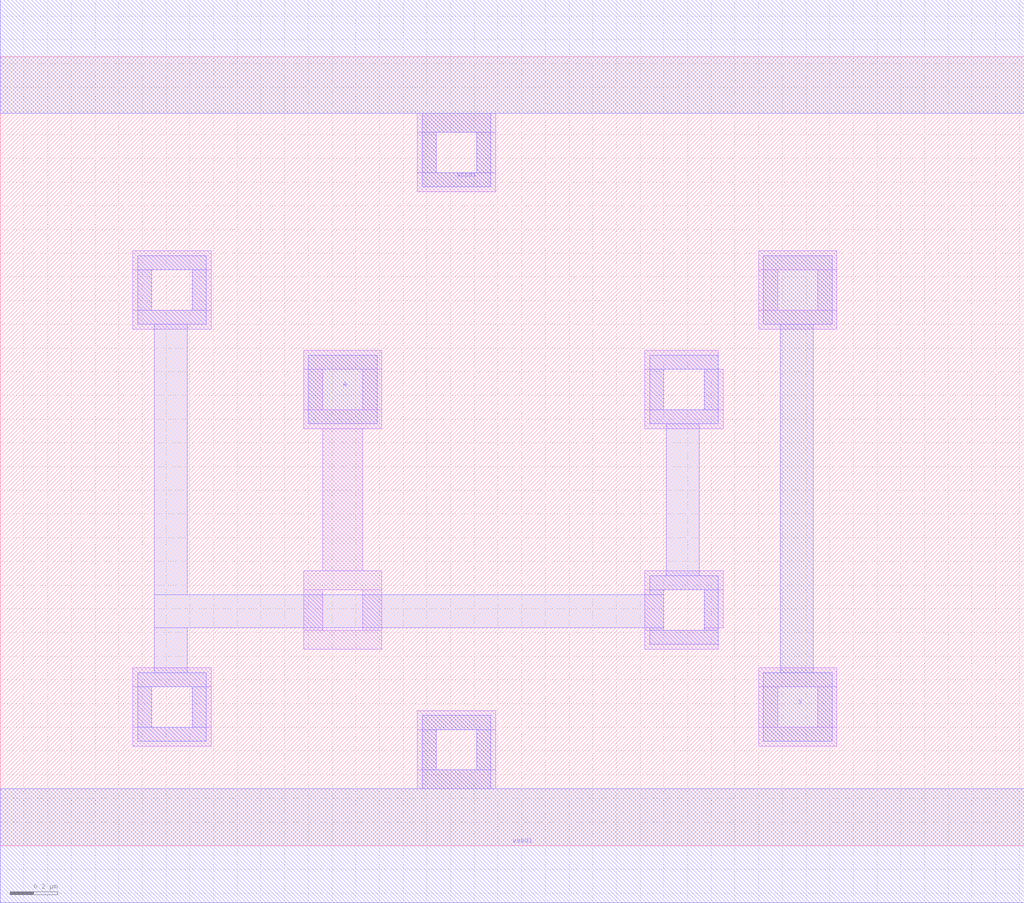
<source format=lef>
VERSION 5.7 ;
  NOWIREEXTENSIONATPIN ON ;
  DIVIDERCHAR "/" ;
  BUSBITCHARS "[]" ;
MACRO BUFX2
  CLASS CORE ;
  FOREIGN BUFX2 ;
  ORIGIN 0.000 0.000 ;
  SIZE 4.320 BY 3.330 ;
  SYMMETRY X Y R90 ;
  SITE unit ;
  PIN vccd1
    DIRECTION INOUT ;
    USE POWER ;
    SHAPE ABUTMENT ;
    PORT
      LAYER met1 ;
        RECT 0.000 3.090 4.320 3.570 ;
        RECT 1.780 3.010 2.070 3.090 ;
        RECT 1.780 2.840 1.840 3.010 ;
        RECT 2.010 2.840 2.070 3.010 ;
        RECT 1.780 2.780 2.070 2.840 ;
    END
  END vccd1
  PIN vssd1
    DIRECTION INOUT ;
    USE GROUND ;
    SHAPE ABUTMENT ;
    PORT
      LAYER met1 ;
        RECT 1.780 0.490 2.070 0.550 ;
        RECT 1.780 0.320 1.840 0.490 ;
        RECT 2.010 0.320 2.070 0.490 ;
        RECT 1.780 0.240 2.070 0.320 ;
        RECT 0.000 -0.240 4.320 0.240 ;
    END
  END vssd1
  PIN Y
    DIRECTION INOUT ;
    USE SIGNAL ;
    SHAPE ABUTMENT ;
    PORT
      LAYER met1 ;
        RECT 3.220 2.200 3.510 2.490 ;
        RECT 3.290 0.730 3.430 2.200 ;
        RECT 3.220 0.440 3.510 0.730 ;
    END
  END Y
  PIN A
    DIRECTION INOUT ;
    USE SIGNAL ;
    SHAPE ABUTMENT ;
    PORT
      LAYER met1 ;
        RECT 1.300 1.780 1.590 2.070 ;
    END
  END A
  OBS
      LAYER li1 ;
        RECT 1.760 3.010 2.090 3.090 ;
        RECT 1.760 2.840 1.840 3.010 ;
        RECT 2.010 2.840 2.090 3.010 ;
        RECT 1.760 2.760 2.090 2.840 ;
        RECT 0.560 2.430 0.890 2.510 ;
        RECT 0.560 2.260 0.640 2.430 ;
        RECT 0.810 2.260 0.890 2.430 ;
        RECT 0.560 2.180 0.890 2.260 ;
        RECT 3.200 2.430 3.530 2.510 ;
        RECT 3.200 2.260 3.280 2.430 ;
        RECT 3.450 2.260 3.530 2.430 ;
        RECT 3.200 2.180 3.530 2.260 ;
        RECT 1.280 2.010 1.610 2.090 ;
        RECT 1.280 1.840 1.360 2.010 ;
        RECT 1.530 1.840 1.610 2.010 ;
        RECT 1.280 1.760 1.610 1.840 ;
        RECT 2.720 2.010 3.030 2.090 ;
        RECT 2.720 1.840 2.800 2.010 ;
        RECT 2.970 1.840 3.050 2.010 ;
        RECT 2.720 1.760 3.050 1.840 ;
        RECT 1.360 1.160 1.530 1.760 ;
        RECT 1.280 1.080 1.610 1.160 ;
        RECT 1.280 0.910 1.360 1.080 ;
        RECT 1.530 0.910 1.610 1.080 ;
        RECT 1.280 0.830 1.610 0.910 ;
        RECT 2.720 1.080 3.050 1.160 ;
        RECT 2.720 0.910 2.800 1.080 ;
        RECT 2.970 0.920 3.050 1.080 ;
        RECT 2.970 0.910 3.030 0.920 ;
        RECT 2.720 0.830 3.030 0.910 ;
        RECT 0.560 0.670 0.890 0.750 ;
        RECT 0.560 0.500 0.640 0.670 ;
        RECT 0.810 0.500 0.890 0.670 ;
        RECT 3.200 0.670 3.530 0.750 ;
        RECT 0.560 0.420 0.890 0.500 ;
        RECT 1.760 0.490 2.090 0.570 ;
        RECT 1.760 0.320 1.840 0.490 ;
        RECT 2.010 0.320 2.090 0.490 ;
        RECT 3.200 0.500 3.280 0.670 ;
        RECT 3.450 0.500 3.530 0.670 ;
        RECT 3.200 0.420 3.530 0.500 ;
        RECT 1.760 0.240 2.090 0.320 ;
      LAYER met1 ;
        RECT 0.580 2.430 0.870 2.490 ;
        RECT 0.580 2.260 0.640 2.430 ;
        RECT 0.810 2.260 0.870 2.430 ;
        RECT 0.580 2.200 0.870 2.260 ;
        RECT 0.650 1.060 0.790 2.200 ;
        RECT 2.740 2.010 3.030 2.070 ;
        RECT 2.740 1.840 2.800 2.010 ;
        RECT 2.970 1.840 3.030 2.010 ;
        RECT 2.740 1.780 3.030 1.840 ;
        RECT 2.810 1.140 2.950 1.780 ;
        RECT 2.740 1.080 3.030 1.140 ;
        RECT 2.740 1.060 2.800 1.080 ;
        RECT 0.650 0.920 2.800 1.060 ;
        RECT 0.650 0.730 0.790 0.920 ;
        RECT 2.740 0.910 2.800 0.920 ;
        RECT 2.970 0.910 3.030 1.080 ;
        RECT 2.740 0.850 3.030 0.910 ;
        RECT 0.580 0.670 0.870 0.730 ;
        RECT 0.580 0.500 0.640 0.670 ;
        RECT 0.810 0.500 0.870 0.670 ;
        RECT 0.580 0.440 0.870 0.500 ;
  END
END BUFX2
END LIBRARY


</source>
